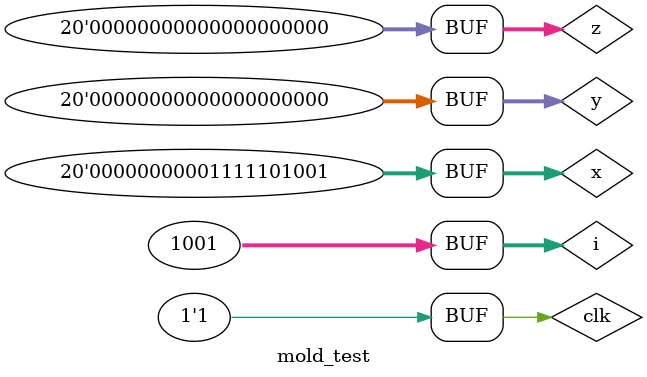
<source format=v>
`timescale 1ns / 1ps


module mold_test;

	// Inputs
	reg clk;
	reg [19:0] x;
	reg [19:0] y;
	reg [19:0] z;

	// Outputs
	wire [19:0] mold;

	// Instantiate the Unit Under Test (UUT)
	mold uut (
		.clk(clk), 
		.x(x), 
		.y(y), 
		.z(z), 
		.mold(mold),
	);
integer i;
	initial begin
		// Initialize Inputs
		clk = 0;
		x = 0;
		y = 0;
		z = 0;

		// Wait 100 ns for global reset to finish
		#100;
        
		// Add stimulus here
		
		for(i=0;i<=1000;i=i+1)begin
			clk = ~clk;
			#5
			x=x+1'b1;
		end

	end
      
endmodule


</source>
